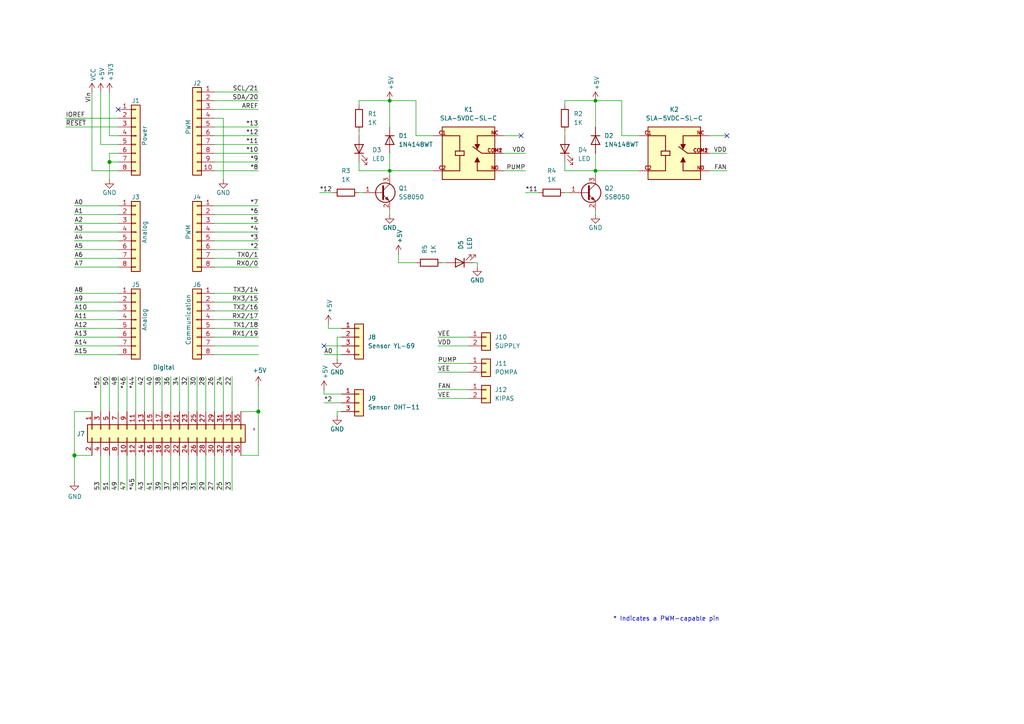
<source format=kicad_sch>
(kicad_sch (version 20250114) (generator "eeschema") (generator_version "9.0")
  (paper "A4")
  (title_block (date "mar. 31 mars 2015"))
  (lib_symbols
    (symbol "Connector_Generic:Conn_01x02" (pin_names (offset 1.016) (hide yes))
      (property "Reference" "J" (at 0 2.54 0))
      (property "Value" "Conn_01x02" (at 0 -5.08 0))
      (symbol "Conn_01x02_1_1"
        (rectangle (start -1.27 1.27) (end 1.27 -3.81) (stroke (width 0.254)) (fill (type background)))
        (rectangle (start -1.27 0.127) (end 0 -0.127) (stroke (width 0.1524)))
        (rectangle (start -1.27 -2.413) (end 0 -2.667) (stroke (width 0.1524)))
        (pin passive line (at -5.08 0 0) (length 3.81) (name "Pin_1") (number "1"))
        (pin passive line (at -5.08 -2.54 0) (length 3.81) (name "Pin_2") (number "2"))
      )
    )
    (symbol "Connector_Generic:Conn_01x03" (pin_names (offset 1.016) (hide yes))
      (property "Reference" "J" (at 0 5.08 0))
      (property "Value" "Conn_01x03" (at 0 -5.08 0))
      (symbol "Conn_01x03_1_1"
        (rectangle (start -1.27 3.81) (end 1.27 -3.81) (stroke (width 0.254)) (fill (type background)))
        (rectangle (start -1.27 2.667) (end 0 2.413) (stroke (width 0.1524)))
        (rectangle (start -1.27 0.127) (end 0 -0.127) (stroke (width 0.1524)))
        (rectangle (start -1.27 -2.413) (end 0 -2.667) (stroke (width 0.1524)))
        (pin passive line (at -5.08 2.54 0) (length 3.81) (name "Pin_1") (number "1"))
        (pin passive line (at -5.08 0 0) (length 3.81) (name "Pin_2") (number "2"))
        (pin passive line (at -5.08 -2.54 0) (length 3.81) (name "Pin_3") (number "3"))
      )
    )
    (symbol "Connector_Generic:Conn_01x04" (pin_names (offset 1.016) (hide yes))
      (property "Reference" "J" (at 0 5.08 0))
      (property "Value" "Conn_01x04" (at 0 -7.62 0))
      (symbol "Conn_01x04_1_1"
        (rectangle (start -1.27 3.81) (end 1.27 -6.35) (stroke (width 0.254)) (fill (type background)))
        (rectangle (start -1.27 2.667) (end 0 2.413) (stroke (width 0.1524)))
        (rectangle (start -1.27 0.127) (end 0 -0.127) (stroke (width 0.1524)))
        (rectangle (start -1.27 -2.413) (end 0 -2.667) (stroke (width 0.1524)))
        (rectangle (start -1.27 -4.953) (end 0 -5.207) (stroke (width 0.1524)))
        (pin passive line (at -5.08 2.54 0) (length 3.81) (name "Pin_1") (number "1"))
        (pin passive line (at -5.08 0 0) (length 3.81) (name "Pin_2") (number "2"))
        (pin passive line (at -5.08 -2.54 0) (length 3.81) (name "Pin_3") (number "3"))
        (pin passive line (at -5.08 -5.08 0) (length 3.81) (name "Pin_4") (number "4"))
      )
    )
    (symbol "Connector_Generic:Conn_01x08" (pin_names (offset 1.016) (hide yes))
      (property "Reference" "J" (at 0 10.16 0))
      (property "Value" "Conn_01x08" (at 0 -12.7 0))
      (symbol "Conn_01x08_1_1"
        (rectangle (start -1.27 8.89) (end 1.27 -11.43) (stroke (width 0.254)) (fill (type background)))
        (rectangle (start -1.27 7.747) (end 0 7.493) (stroke (width 0.1524)))
        (rectangle (start -1.27 5.207) (end 0 4.953) (stroke (width 0.1524)))
        (rectangle (start -1.27 2.667) (end 0 2.413) (stroke (width 0.1524)))
        (rectangle (start -1.27 0.127) (end 0 -0.127) (stroke (width 0.1524)))
        (rectangle (start -1.27 -2.413) (end 0 -2.667) (stroke (width 0.1524)))
        (rectangle (start -1.27 -4.953) (end 0 -5.207) (stroke (width 0.1524)))
        (rectangle (start -1.27 -7.493) (end 0 -7.747) (stroke (width 0.1524)))
        (rectangle (start -1.27 -10.033) (end 0 -10.287) (stroke (width 0.1524)))
        (pin passive line (at -5.08 7.62 0) (length 3.81) (name "Pin_1") (number "1"))
        (pin passive line (at -5.08 5.08 0) (length 3.81) (name "Pin_2") (number "2"))
        (pin passive line (at -5.08 2.54 0) (length 3.81) (name "Pin_3") (number "3"))
        (pin passive line (at -5.08 0 0) (length 3.81) (name "Pin_4") (number "4"))
        (pin passive line (at -5.08 -2.54 0) (length 3.81) (name "Pin_5") (number "5"))
        (pin passive line (at -5.08 -5.08 0) (length 3.81) (name "Pin_6") (number "6"))
        (pin passive line (at -5.08 -7.62 0) (length 3.81) (name "Pin_7") (number "7"))
        (pin passive line (at -5.08 -10.16 0) (length 3.81) (name "Pin_8") (number "8"))
      )
    )
    (symbol "Connector_Generic:Conn_01x10" (pin_names (offset 1.016) (hide yes))
      (property "Reference" "J" (at 0 12.7 0))
      (property "Value" "Conn_01x10" (at 0 -15.24 0))
      (symbol "Conn_01x10_1_1"
        (rectangle (start -1.27 11.43) (end 1.27 -13.97) (stroke (width 0.254)) (fill (type background)))
        (rectangle (start -1.27 10.287) (end 0 10.033) (stroke (width 0.1524)))
        (rectangle (start -1.27 7.747) (end 0 7.493) (stroke (width 0.1524)))
        (rectangle (start -1.27 5.207) (end 0 4.953) (stroke (width 0.1524)))
        (rectangle (start -1.27 2.667) (end 0 2.413) (stroke (width 0.1524)))
        (rectangle (start -1.27 0.127) (end 0 -0.127) (stroke (width 0.1524)))
        (rectangle (start -1.27 -2.413) (end 0 -2.667) (stroke (width 0.1524)))
        (rectangle (start -1.27 -4.953) (end 0 -5.207) (stroke (width 0.1524)))
        (rectangle (start -1.27 -7.493) (end 0 -7.747) (stroke (width 0.1524)))
        (rectangle (start -1.27 -10.033) (end 0 -10.287) (stroke (width 0.1524)))
        (rectangle (start -1.27 -12.573) (end 0 -12.827) (stroke (width 0.1524)))
        (pin passive line (at -5.08 10.16 0) (length 3.81) (name "Pin_1") (number "1"))
        (pin passive line (at -5.08 7.62 0) (length 3.81) (name "Pin_2") (number "2"))
        (pin passive line (at -5.08 5.08 0) (length 3.81) (name "Pin_3") (number "3"))
        (pin passive line (at -5.08 2.54 0) (length 3.81) (name "Pin_4") (number "4"))
        (pin passive line (at -5.08 0 0) (length 3.81) (name "Pin_5") (number "5"))
        (pin passive line (at -5.08 -2.54 0) (length 3.81) (name "Pin_6") (number "6"))
        (pin passive line (at -5.08 -5.08 0) (length 3.81) (name "Pin_7") (number "7"))
        (pin passive line (at -5.08 -7.62 0) (length 3.81) (name "Pin_8") (number "8"))
        (pin passive line (at -5.08 -10.16 0) (length 3.81) (name "Pin_9") (number "9"))
        (pin passive line (at -5.08 -12.7 0) (length 3.81) (name "Pin_10") (number "10"))
      )
    )
    (symbol "Connector_Generic:Conn_02x18_Odd_Even" (pin_names (offset 1.016) (hide yes))
      (property "Reference" "J" (at 1.27 22.86 0))
      (property "Value" "Conn_02x18_Odd_Even" (at 1.27 -25.4 0))
      (symbol "Conn_02x18_Odd_Even_1_1"
        (rectangle (start -1.27 21.59) (end 3.81 -24.13) (stroke (width 0.254)) (fill (type background)))
        (rectangle (start -1.27 20.447) (end 0 20.193) (stroke (width 0.1524)))
        (rectangle (start -1.27 17.907) (end 0 17.653) (stroke (width 0.1524)))
        (rectangle (start -1.27 15.367) (end 0 15.113) (stroke (width 0.1524)))
        (rectangle (start -1.27 12.827) (end 0 12.573) (stroke (width 0.1524)))
        (rectangle (start -1.27 10.287) (end 0 10.033) (stroke (width 0.1524)))
        (rectangle (start -1.27 7.747) (end 0 7.493) (stroke (width 0.1524)))
        (rectangle (start -1.27 5.207) (end 0 4.953) (stroke (width 0.1524)))
        (rectangle (start -1.27 2.667) (end 0 2.413) (stroke (width 0.1524)))
        (rectangle (start -1.27 0.127) (end 0 -0.127) (stroke (width 0.1524)))
        (rectangle (start -1.27 -2.413) (end 0 -2.667) (stroke (width 0.1524)))
        (rectangle (start -1.27 -4.953) (end 0 -5.207) (stroke (width 0.1524)))
        (rectangle (start -1.27 -7.493) (end 0 -7.747) (stroke (width 0.1524)))
        (rectangle (start -1.27 -10.033) (end 0 -10.287) (stroke (width 0.1524)))
        (rectangle (start -1.27 -12.573) (end 0 -12.827) (stroke (width 0.1524)))
        (rectangle (start -1.27 -15.113) (end 0 -15.367) (stroke (width 0.1524)))
        (rectangle (start -1.27 -17.653) (end 0 -17.907) (stroke (width 0.1524)))
        (rectangle (start -1.27 -20.193) (end 0 -20.447) (stroke (width 0.1524)))
        (rectangle (start -1.27 -22.733) (end 0 -22.987) (stroke (width 0.1524)))
        (rectangle (start 3.81 20.447) (end 2.54 20.193) (stroke (width 0.1524)))
        (rectangle (start 3.81 17.907) (end 2.54 17.653) (stroke (width 0.1524)))
        (rectangle (start 3.81 15.367) (end 2.54 15.113) (stroke (width 0.1524)))
        (rectangle (start 3.81 12.827) (end 2.54 12.573) (stroke (width 0.1524)))
        (rectangle (start 3.81 10.287) (end 2.54 10.033) (stroke (width 0.1524)))
        (rectangle (start 3.81 7.747) (end 2.54 7.493) (stroke (width 0.1524)))
        (rectangle (start 3.81 5.207) (end 2.54 4.953) (stroke (width 0.1524)))
        (rectangle (start 3.81 2.667) (end 2.54 2.413) (stroke (width 0.1524)))
        (rectangle (start 3.81 0.127) (end 2.54 -0.127) (stroke (width 0.1524)))
        (rectangle (start 3.81 -2.413) (end 2.54 -2.667) (stroke (width 0.1524)))
        (rectangle (start 3.81 -4.953) (end 2.54 -5.207) (stroke (width 0.1524)))
        (rectangle (start 3.81 -7.493) (end 2.54 -7.747) (stroke (width 0.1524)))
        (rectangle (start 3.81 -10.033) (end 2.54 -10.287) (stroke (width 0.1524)))
        (rectangle (start 3.81 -12.573) (end 2.54 -12.827) (stroke (width 0.1524)))
        (rectangle (start 3.81 -15.113) (end 2.54 -15.367) (stroke (width 0.1524)))
        (rectangle (start 3.81 -17.653) (end 2.54 -17.907) (stroke (width 0.1524)))
        (rectangle (start 3.81 -20.193) (end 2.54 -20.447) (stroke (width 0.1524)))
        (rectangle (start 3.81 -22.733) (end 2.54 -22.987) (stroke (width 0.1524)))
        (pin passive line (at -5.08 20.32 0) (length 3.81) (name "Pin_1") (number "1"))
        (pin passive line (at -5.08 17.78 0) (length 3.81) (name "Pin_3") (number "3"))
        (pin passive line (at -5.08 15.24 0) (length 3.81) (name "Pin_5") (number "5"))
        (pin passive line (at -5.08 12.7 0) (length 3.81) (name "Pin_7") (number "7"))
        (pin passive line (at -5.08 10.16 0) (length 3.81) (name "Pin_9") (number "9"))
        (pin passive line (at -5.08 7.62 0) (length 3.81) (name "Pin_11") (number "11"))
        (pin passive line (at -5.08 5.08 0) (length 3.81) (name "Pin_13") (number "13"))
        (pin passive line (at -5.08 2.54 0) (length 3.81) (name "Pin_15") (number "15"))
        (pin passive line (at -5.08 0 0) (length 3.81) (name "Pin_17") (number "17"))
        (pin passive line (at -5.08 -2.54 0) (length 3.81) (name "Pin_19") (number "19"))
        (pin passive line (at -5.08 -5.08 0) (length 3.81) (name "Pin_21") (number "21"))
        (pin passive line (at -5.08 -7.62 0) (length 3.81) (name "Pin_23") (number "23"))
        (pin passive line (at -5.08 -10.16 0) (length 3.81) (name "Pin_25") (number "25"))
        (pin passive line (at -5.08 -12.7 0) (length 3.81) (name "Pin_27") (number "27"))
        (pin passive line (at -5.08 -15.24 0) (length 3.81) (name "Pin_29") (number "29"))
        (pin passive line (at -5.08 -17.78 0) (length 3.81) (name "Pin_31") (number "31"))
        (pin passive line (at -5.08 -20.32 0) (length 3.81) (name "Pin_33") (number "33"))
        (pin passive line (at -5.08 -22.86 0) (length 3.81) (name "Pin_35") (number "35"))
        (pin passive line (at 7.62 20.32 180) (length 3.81) (name "Pin_2") (number "2"))
        (pin passive line (at 7.62 17.78 180) (length 3.81) (name "Pin_4") (number "4"))
        (pin passive line (at 7.62 15.24 180) (length 3.81) (name "Pin_6") (number "6"))
        (pin passive line (at 7.62 12.7 180) (length 3.81) (name "Pin_8") (number "8"))
        (pin passive line (at 7.62 10.16 180) (length 3.81) (name "Pin_10") (number "10"))
        (pin passive line (at 7.62 7.62 180) (length 3.81) (name "Pin_12") (number "12"))
        (pin passive line (at 7.62 5.08 180) (length 3.81) (name "Pin_14") (number "14"))
        (pin passive line (at 7.62 2.54 180) (length 3.81) (name "Pin_16") (number "16"))
        (pin passive line (at 7.62 0 180) (length 3.81) (name "Pin_18") (number "18"))
        (pin passive line (at 7.62 -2.54 180) (length 3.81) (name "Pin_20") (number "20"))
        (pin passive line (at 7.62 -5.08 180) (length 3.81) (name "Pin_22") (number "22"))
        (pin passive line (at 7.62 -7.62 180) (length 3.81) (name "Pin_24") (number "24"))
        (pin passive line (at 7.62 -10.16 180) (length 3.81) (name "Pin_26") (number "26"))
        (pin passive line (at 7.62 -12.7 180) (length 3.81) (name "Pin_28") (number "28"))
        (pin passive line (at 7.62 -15.24 180) (length 3.81) (name "Pin_30") (number "30"))
        (pin passive line (at 7.62 -17.78 180) (length 3.81) (name "Pin_32") (number "32"))
        (pin passive line (at 7.62 -20.32 180) (length 3.81) (name "Pin_34") (number "34"))
        (pin passive line (at 7.62 -22.86 180) (length 3.81) (name "Pin_36") (number "36"))
      )
    )
    (symbol "Device:LED" (pin_numbers (hide yes)) (pin_names (offset 1.016) (hide yes))
      (property "Reference" "D" (at 0 2.54 0))
      (property "Value" "LED" (at 0 -2.54 0))
      (symbol "LED_0_1"
        (polyline (pts (xy -3.048 -0.762) (xy -4.572 -2.286) (xy -3.81 -2.286) (xy -4.572 -2.286) (xy -4.572 -1.524)))
        (polyline (pts (xy -1.778 -0.762) (xy -3.302 -2.286) (xy -2.54 -2.286) (xy -3.302 -2.286) (xy -3.302 -1.524)))
        (polyline (pts (xy -1.27 0) (xy 1.27 0)))
        (polyline (pts (xy -1.27 -1.27) (xy -1.27 1.27)) (stroke (width 0.254)))
        (polyline (pts (xy 1.27 -1.27) (xy 1.27 1.27) (xy -1.27 0) (xy 1.27 -1.27)) (stroke (width 0.254)))
      )
      (symbol "LED_1_1"
        (pin passive line (at -3.81 0 0) (length 2.54) (name "K") (number "1"))
        (pin passive line (at 3.81 0 180) (length 2.54) (name "A") (number "2"))
      )
    )
    (symbol "Device:R" (pin_numbers (hide yes)) (pin_names (offset 0))
      (property "Reference" "R" (at 2.032 0 90))
      (property "Value" "R" (at 0 0 90))
      (symbol "R_0_1"
        (rectangle (start -1.016 -2.54) (end 1.016 2.54) (stroke (width 0.254)))
      )
      (symbol "R_1_1"
        (pin passive line (at 0 3.81 270) (length 1.27) (name "~") (number "1"))
        (pin passive line (at 0 -3.81 90) (length 1.27) (name "~") (number "2"))
      )
    )
    (symbol "Diode:1N4148WT" (pin_numbers (hide yes)) (pin_names (hide yes))
      (property "Reference" "D" (at 0 2.54 0))
      (property "Value" "1N4148WT" (at 0 -2.54 0))
      (symbol "1N4148WT_0_1"
        (polyline (pts (xy -1.27 1.27) (xy -1.27 -1.27)) (stroke (width 0.254)))
        (polyline (pts (xy 1.27 1.27) (xy 1.27 -1.27) (xy -1.27 0) (xy 1.27 1.27)) (stroke (width 0.254)))
        (polyline (pts (xy 1.27 0) (xy -1.27 0)))
      )
      (symbol "1N4148WT_1_1"
        (pin passive line (at -3.81 0 0) (length 2.54) (name "K") (number "1"))
        (pin passive line (at 3.81 0 180) (length 2.54) (name "A") (number "2"))
      )
    )
    (symbol "SLA-12VDC-SL-C:SLA-12VDC-SL-C" (pin_names (offset 1.016))
      (property "Reference" "K" (at -7.62 8.89 0))
      (property "Value" "SLA-12VDC-SL-C" (at -7.62 -10.16 0))
      (symbol "SLA-12VDC-SL-C_0_0"
        (polyline (pts (xy -7.62 5.08) (xy -2.54 5.08)) (stroke (width 0.254)))
        (polyline (pts (xy -7.62 -5.08) (xy -2.54 -5.08)) (stroke (width 0.254)))
        (rectangle (start -7.62 -7.62) (end 7.62 7.62) (stroke (width 0.254)) (fill (type background)))
        (polyline (pts (xy -3.81 0.635) (xy -2.54 0.635)) (stroke (width 0.254)))
        (polyline (pts (xy -3.81 -0.635) (xy -3.81 0.635)) (stroke (width 0.254)))
        (polyline (pts (xy -2.54 5.08) (xy -2.54 0.635)) (stroke (width 0.254)))
        (polyline (pts (xy -2.54 0.635) (xy -1.27 0.635)) (stroke (width 0.254)))
        (polyline (pts (xy -2.54 -0.635) (xy -3.81 -0.635)) (stroke (width 0.254)))
        (polyline (pts (xy -2.54 -0.635) (xy -2.54 -5.08)) (stroke (width 0.254)))
        (polyline (pts (xy -1.27 0.635) (xy -1.27 -0.635)) (stroke (width 0.254)))
        (polyline (pts (xy -1.27 -0.635) (xy -2.54 -0.635)) (stroke (width 0.254)))
        (polyline (pts (xy 1.905 -2.54) (xy 3.175 -2.54) (xy 2.54 -1.27) (xy 1.905 -2.54)) (stroke (width 0.254)) (fill (type outline)))
        (polyline (pts (xy 2.54 5.08) (xy 2.54 2.54)) (stroke (width 0.254)))
        (polyline (pts (xy 2.54 5.08) (xy 7.62 5.08)) (stroke (width 0.254)))
        (polyline (pts (xy 2.54 -5.08) (xy 2.54 -2.54)) (stroke (width 0.254)))
        (polyline (pts (xy 3.175 2.54) (xy 1.905 2.54) (xy 2.54 1.27) (xy 3.175 2.54)) (stroke (width 0.254)) (fill (type outline)))
        (polyline (pts (xy 3.81 0) (xy 1.27 1.905)) (stroke (width 0.254)))
        (polyline (pts (xy 7.62 0) (xy 3.81 0)) (stroke (width 0.254)))
        (polyline (pts (xy 7.62 -5.08) (xy 2.54 -5.08)) (stroke (width 0.254)))
        (pin passive line (at -10.16 5.08 0) (length 5.08) (name "~") (number "C1"))
        (pin passive line (at -10.16 -5.08 0) (length 5.08) (name "~") (number "C2"))
        (pin passive line (at 10.16 5.08 180) (length 5.08) (name "~") (number "NC"))
        (pin passive line (at 10.16 0 180) (length 5.08) (name "~") (number "COM1"))
        (pin passive line (at 10.16 0 180) (length 5.08) (name "~") (number "COM2"))
        (pin passive line (at 10.16 -5.08 180) (length 5.08) (name "~") (number "NO"))
      )
    )
    (symbol "Transistor_BJT:SS8050" (pin_names (offset 0) (hide yes))
      (property "Reference" "Q" (at 5.08 1.905 0))
      (property "Value" "SS8050" (at 5.08 0 0))
      (symbol "SS8050_0_1"
        (polyline (pts (xy -2.54 0) (xy 0.635 0)))
        (polyline (pts (xy 0.635 1.905) (xy 0.635 -1.905)) (stroke (width 0.508)))
        (circle (center 1.27 0) (radius 2.8194) (stroke (width 0.254)))
      )
      (symbol "SS8050_1_1"
        (polyline (pts (xy 0.635 0.635) (xy 2.54 2.54)))
        (polyline (pts (xy 0.635 -0.635) (xy 2.54 -2.54)))
        (polyline (pts (xy 1.27 -1.778) (xy 1.778 -1.27) (xy 2.286 -2.286) (xy 1.27 -1.778)) (fill (type outline)))
        (pin input line (at -5.08 0 0) (length 2.54) (name "B") (number "1"))
        (pin passive line (at 2.54 5.08 270) (length 2.54) (name "C") (number "3"))
        (pin passive line (at 2.54 -5.08 90) (length 2.54) (name "E") (number "2"))
      )
    )
    (symbol "power:+3V3" (power) (pin_numbers (hide yes)) (pin_names (offset 0) (hide yes))
      (property "Value" "+3V3" (at 0 3.556 0))
      (symbol "+3V3_0_1"
        (polyline (pts (xy -0.762 1.27) (xy 0 2.54)))
        (polyline (pts (xy 0 2.54) (xy 0.762 1.27)))
        (polyline (pts (xy 0 0) (xy 0 2.54)))
      )
      (symbol "+3V3_1_1"
        (pin power_in line (at 0 0 90) (length 0) (name "~") (number "1"))
      )
    )
    (symbol "power:+5V" (power) (pin_numbers (hide yes)) (pin_names (offset 0) (hide yes))
      (property "Value" "+5V" (at 0 3.556 0))
      (symbol "+5V_0_1"
        (polyline (pts (xy -0.762 1.27) (xy 0 2.54)))
        (polyline (pts (xy 0 2.54) (xy 0.762 1.27)))
        (polyline (pts (xy 0 0) (xy 0 2.54)))
      )
      (symbol "+5V_1_1"
        (pin power_in line (at 0 0 90) (length 0) (name "~") (number "1"))
      )
    )
    (symbol "power:GND" (power) (pin_numbers (hide yes)) (pin_names (offset 0) (hide yes))
      (property "Value" "GND" (at 0 -3.81 0))
      (symbol "GND_0_1"
        (polyline (pts (xy 0 0) (xy 0 -1.27) (xy 1.27 -1.27) (xy 0 -2.54) (xy -1.27 -1.27) (xy 0 -1.27)))
      )
      (symbol "GND_1_1"
        (pin power_in line (at 0 0 270) (length 0) (name "~") (number "1"))
      )
    )
    (symbol "power:VCC" (power) (pin_numbers (hide yes)) (pin_names (offset 0) (hide yes))
      (property "Value" "VCC" (at 0 3.556 0))
      (symbol "VCC_0_1"
        (polyline (pts (xy -0.762 1.27) (xy 0 2.54)))
        (polyline (pts (xy 0 2.54) (xy 0.762 1.27)))
        (polyline (pts (xy 0 0) (xy 0 2.54)))
      )
      (symbol "VCC_1_1"
        (pin power_in line (at 0 0 90) (length 0) (name "~") (number "1"))
      )
    )
  )
  (text "* Indicates a PWM-capable pin" (at 177.8 180.34 0) (effects (font (size 1.27 1.27)) (justify left bottom)))
  (junction (at 21.59 132.08) (diameter 1.016))
  (junction (at 31.75 46.99) (diameter 1.016))
  (junction (at 172.72 49.53))
  (junction (at 113.03 49.53))
  (junction (at 172.72 29.21))
  (junction (at 113.03 29.21))
  (junction (at 74.93 119.38) (diameter 1.016))
  (no_connect (at 210.82 39.37))
  (no_connect (at 151.13 39.37))
  (no_connect (at 34.29 31.75))
  (no_connect (at 93.98 100.33))
  (wire (pts (xy 62.23 77.47) (xy 74.93 77.47)))
  (wire (pts (xy 21.59 77.47) (xy 34.29 77.47)))
  (wire (pts (xy 62.23 44.45) (xy 74.93 44.45)))
  (wire (pts (xy 44.45 109.22) (xy 44.45 119.38)))
  (wire (pts (xy 127 100.33) (xy 135.89 100.33)))
  (wire (pts (xy 146.05 39.37) (xy 151.13 39.37)))
  (wire (pts (xy 62.23 26.67) (xy 74.93 26.67)))
  (wire (pts (xy 46.99 109.22) (xy 46.99 119.38)))
  (wire (pts (xy 172.72 29.21) (xy 180.34 29.21)))
  (wire (pts (xy 74.93 119.38) (xy 74.93 132.08)))
  (wire (pts (xy 163.83 55.88) (xy 165.1 55.88)))
  (wire (pts (xy 26.67 119.38) (xy 21.59 119.38)))
  (wire (pts (xy 62.23 90.17) (xy 74.93 90.17)))
  (wire (pts (xy 31.75 44.45) (xy 31.75 46.99)))
  (wire (pts (xy 49.53 132.08) (xy 49.53 142.24)))
  (wire (pts (xy 21.59 72.39) (xy 34.29 72.39)))
  (wire (pts (xy 54.61 109.22) (xy 54.61 119.38)))
  (wire (pts (xy 172.72 49.53) (xy 185.42 49.53)))
  (wire (pts (xy 31.75 109.22) (xy 31.75 119.38)))
  (wire (pts (xy 67.31 109.22) (xy 67.31 119.38)))
  (wire (pts (xy 31.75 46.99) (xy 31.75 52.07)))
  (wire (pts (xy 62.23 132.08) (xy 62.23 142.24)))
  (wire (pts (xy 31.75 39.37) (xy 34.29 39.37)))
  (wire (pts (xy 41.91 109.22) (xy 41.91 119.38)))
  (wire (pts (xy 95.25 95.25) (xy 99.06 95.25)))
  (wire (pts (xy 29.21 41.91) (xy 34.29 41.91)))
  (wire (pts (xy 52.07 132.08) (xy 52.07 142.24)))
  (wire (pts (xy 205.74 49.53) (xy 210.82 49.53)))
  (wire (pts (xy 29.21 26.67) (xy 29.21 41.91)))
  (wire (pts (xy 21.59 102.87) (xy 34.29 102.87)))
  (wire (pts (xy 36.83 132.08) (xy 36.83 142.24)))
  (wire (pts (xy 59.69 132.08) (xy 59.69 142.24)))
  (wire (pts (xy 62.23 36.83) (xy 74.93 36.83)))
  (wire (pts (xy 120.65 39.37) (xy 120.65 29.21)))
  (wire (pts (xy 31.75 26.67) (xy 31.75 39.37)))
  (wire (pts (xy 62.23 59.69) (xy 74.93 59.69)))
  (wire (pts (xy 113.03 60.96) (xy 113.03 62.23)))
  (wire (pts (xy 97.79 119.38) (xy 97.79 120.65)))
  (wire (pts (xy 34.29 59.69) (xy 21.59 59.69)))
  (wire (pts (xy 62.23 39.37) (xy 74.93 39.37)))
  (wire (pts (xy 34.29 100.33) (xy 21.59 100.33)))
  (wire (pts (xy 62.23 62.23) (xy 74.93 62.23)))
  (wire (pts (xy 127 107.95) (xy 135.89 107.95)))
  (wire (pts (xy 62.23 97.79) (xy 74.93 97.79)))
  (wire (pts (xy 52.07 109.22) (xy 52.07 119.38)))
  (wire (pts (xy 21.59 119.38) (xy 21.59 132.08)))
  (wire (pts (xy 36.83 109.22) (xy 36.83 119.38)))
  (wire (pts (xy 26.67 132.08) (xy 21.59 132.08)))
  (wire (pts (xy 93.98 116.84) (xy 99.06 116.84)))
  (wire (pts (xy 163.83 29.21) (xy 172.72 29.21)))
  (wire (pts (xy 62.23 46.99) (xy 74.93 46.99)))
  (wire (pts (xy 93.98 114.3) (xy 93.98 113.03)))
  (wire (pts (xy 59.69 109.22) (xy 59.69 119.38)))
  (wire (pts (xy 163.83 46.99) (xy 163.83 49.53)))
  (wire (pts (xy 57.15 109.22) (xy 57.15 119.38)))
  (wire (pts (xy 39.37 132.08) (xy 39.37 142.24)))
  (wire (pts (xy 57.15 132.08) (xy 57.15 142.24)))
  (wire (pts (xy 34.29 132.08) (xy 34.29 142.24)))
  (wire (pts (xy 64.77 109.22) (xy 64.77 119.38)))
  (wire (pts (xy 93.98 102.87) (xy 99.06 102.87)))
  (wire (pts (xy 62.23 67.31) (xy 74.93 67.31)))
  (wire (pts (xy 115.57 76.2) (xy 120.65 76.2)))
  (wire (pts (xy 44.45 132.08) (xy 44.45 142.24)))
  (wire (pts (xy 39.37 109.22) (xy 39.37 119.38)))
  (wire (pts (xy 19.05 34.29) (xy 34.29 34.29)))
  (wire (pts (xy 104.14 49.53) (xy 113.03 49.53)))
  (wire (pts (xy 205.74 39.37) (xy 210.82 39.37)))
  (wire (pts (xy 115.57 73.66) (xy 115.57 76.2)))
  (wire (pts (xy 146.05 44.45) (xy 152.4 44.45)))
  (wire (pts (xy 62.23 87.63) (xy 74.93 87.63)))
  (wire (pts (xy 74.93 111.76) (xy 74.93 119.38)))
  (wire (pts (xy 138.43 77.47) (xy 138.43 76.2)))
  (wire (pts (xy 64.77 34.29) (xy 64.77 52.07)))
  (wire (pts (xy 62.23 102.87) (xy 74.93 102.87)))
  (wire (pts (xy 180.34 29.21) (xy 180.34 39.37)))
  (wire (pts (xy 125.73 39.37) (xy 120.65 39.37)))
  (wire (pts (xy 62.23 31.75) (xy 74.93 31.75)))
  (wire (pts (xy 69.85 119.38) (xy 74.93 119.38)))
  (wire (pts (xy 172.72 60.96) (xy 172.72 62.23)))
  (wire (pts (xy 62.23 95.25) (xy 74.93 95.25)))
  (wire (pts (xy 21.59 92.71) (xy 34.29 92.71)))
  (wire (pts (xy 128.27 76.2) (xy 129.54 76.2)))
  (wire (pts (xy 34.29 64.77) (xy 21.59 64.77)))
  (wire (pts (xy 19.05 36.83) (xy 34.29 36.83)))
  (wire (pts (xy 163.83 38.1) (xy 163.83 39.37)))
  (wire (pts (xy 127 115.57) (xy 135.89 115.57)))
  (wire (pts (xy 152.4 55.88) (xy 156.21 55.88)))
  (wire (pts (xy 62.23 85.09) (xy 74.93 85.09)))
  (wire (pts (xy 180.34 39.37) (xy 185.42 39.37)))
  (wire (pts (xy 34.29 46.99) (xy 31.75 46.99)))
  (wire (pts (xy 113.03 49.53) (xy 113.03 50.8)))
  (wire (pts (xy 95.25 93.98) (xy 95.25 95.25)))
  (wire (pts (xy 97.79 97.79) (xy 97.79 104.14)))
  (wire (pts (xy 163.83 49.53) (xy 172.72 49.53)))
  (wire (pts (xy 99.06 114.3) (xy 93.98 114.3)))
  (wire (pts (xy 113.03 29.21) (xy 113.03 36.83)))
  (wire (pts (xy 34.29 49.53) (xy 26.67 49.53)))
  (wire (pts (xy 29.21 109.22) (xy 29.21 119.38)))
  (wire (pts (xy 120.65 29.21) (xy 113.03 29.21)))
  (wire (pts (xy 163.83 29.21) (xy 163.83 30.48)))
  (wire (pts (xy 21.59 62.23) (xy 34.29 62.23)))
  (wire (pts (xy 31.75 132.08) (xy 31.75 142.24)))
  (wire (pts (xy 172.72 49.53) (xy 172.72 50.8)))
  (wire (pts (xy 113.03 49.53) (xy 125.73 49.53)))
  (wire (pts (xy 54.61 132.08) (xy 54.61 142.24)))
  (wire (pts (xy 172.72 44.45) (xy 172.72 49.53)))
  (wire (pts (xy 99.06 119.38) (xy 97.79 119.38)))
  (wire (pts (xy 34.29 90.17) (xy 21.59 90.17)))
  (wire (pts (xy 29.21 132.08) (xy 29.21 142.24)))
  (wire (pts (xy 62.23 92.71) (xy 74.93 92.71)))
  (wire (pts (xy 62.23 34.29) (xy 64.77 34.29)))
  (wire (pts (xy 46.99 132.08) (xy 46.99 142.24)))
  (wire (pts (xy 113.03 44.45) (xy 113.03 49.53)))
  (wire (pts (xy 34.29 44.45) (xy 31.75 44.45)))
  (wire (pts (xy 137.16 76.2) (xy 138.43 76.2)))
  (wire (pts (xy 21.59 97.79) (xy 34.29 97.79)))
  (wire (pts (xy 127 113.03) (xy 135.89 113.03)))
  (wire (pts (xy 104.14 38.1) (xy 104.14 39.37)))
  (wire (pts (xy 62.23 109.22) (xy 62.23 119.38)))
  (wire (pts (xy 62.23 41.91) (xy 74.93 41.91)))
  (wire (pts (xy 49.53 109.22) (xy 49.53 119.38)))
  (wire (pts (xy 205.74 44.45) (xy 210.82 44.45)))
  (wire (pts (xy 21.59 87.63) (xy 34.29 87.63)))
  (wire (pts (xy 146.05 49.53) (xy 152.4 49.53)))
  (wire (pts (xy 104.14 55.88) (xy 105.41 55.88)))
  (wire (pts (xy 62.23 64.77) (xy 74.93 64.77)))
  (wire (pts (xy 99.06 97.79) (xy 97.79 97.79)))
  (wire (pts (xy 21.59 67.31) (xy 34.29 67.31)))
  (wire (pts (xy 34.29 109.22) (xy 34.29 119.38)))
  (wire (pts (xy 62.23 100.33) (xy 74.93 100.33)))
  (wire (pts (xy 92.71 55.88) (xy 96.52 55.88)))
  (wire (pts (xy 74.93 132.08) (xy 69.85 132.08)))
  (wire (pts (xy 34.29 85.09) (xy 21.59 85.09)))
  (wire (pts (xy 127 105.41) (xy 135.89 105.41)))
  (wire (pts (xy 67.31 132.08) (xy 67.31 142.24)))
  (wire (pts (xy 62.23 29.21) (xy 74.93 29.21)))
  (wire (pts (xy 64.77 132.08) (xy 64.77 142.24)))
  (wire (pts (xy 62.23 72.39) (xy 74.93 72.39)))
  (wire (pts (xy 127 97.79) (xy 135.89 97.79)))
  (wire (pts (xy 93.98 100.33) (xy 99.06 100.33)))
  (wire (pts (xy 62.23 69.85) (xy 74.93 69.85)))
  (wire (pts (xy 113.03 29.21) (xy 104.14 29.21)))
  (wire (pts (xy 41.91 132.08) (xy 41.91 142.24)))
  (wire (pts (xy 104.14 46.99) (xy 104.14 49.53)))
  (wire (pts (xy 104.14 29.21) (xy 104.14 30.48)))
  (wire (pts (xy 62.23 74.93) (xy 74.93 74.93)))
  (wire (pts (xy 34.29 95.25) (xy 21.59 95.25)))
  (wire (pts (xy 26.67 49.53) (xy 26.67 26.67)))
  (wire (pts (xy 21.59 132.08) (xy 21.59 139.7)))
  (wire (pts (xy 34.29 74.93) (xy 21.59 74.93)))
  (wire (pts (xy 172.72 29.21) (xy 172.72 36.83)))
  (wire (pts (xy 34.29 69.85) (xy 21.59 69.85)))
  (wire (pts (xy 62.23 49.53) (xy 74.93 49.53)))
  (label "A10" (at 21.59 90.17 0))
  (label "RX0{slash}0" (at 74.93 77.47 180))
  (label "A15" (at 21.59 102.87 0))
  (label "A2" (at 21.59 64.77 0))
  (label "RX2{slash}17" (at 74.93 92.71 180))
  (label "*4" (at 74.93 67.31 180))
  (label "*12" (at 92.71 55.88 0))
  (label "26" (at 62.23 109.22 270))
  (label "VDD" (at 210.82 44.45 180))
  (label "31" (at 57.15 142.24 90))
  (label "22" (at 67.31 109.22 270))
  (label "33" (at 54.61 142.24 90))
  (label "36" (at 49.53 109.22 270))
  (label "*2" (at 74.93 72.39 180))
  (label "TX1{slash}18" (at 74.93 95.25 180))
  (label "*44" (at 39.37 109.22 270))
  (label "A3" (at 21.59 67.31 0))
  (label "*13" (at 74.93 36.83 180))
  (label "VDD" (at 152.4 44.45 180))
  (label "*52" (at 29.21 109.22 270))
  (label "*12" (at 74.93 39.37 180))
  (label "40" (at 44.45 109.22 270))
  (label "VDD" (at 127 100.33 0))
  (label "~{RESET}" (at 19.05 36.83 0))
  (label "35" (at 52.07 142.24 90))
  (label "*10" (at 74.93 44.45 180))
  (label "28" (at 59.69 109.22 270))
  (label "23" (at 67.31 142.24 90))
  (label "29" (at 59.69 142.24 90))
  (label "A13" (at 21.59 97.79 0))
  (label "41" (at 44.45 142.24 90))
  (label "30" (at 57.15 109.22 270))
  (label "47" (at 36.83 142.24 90))
  (label "34" (at 52.07 109.22 270))
  (label "*45" (at 39.37 142.24 90))
  (label "FAN" (at 127 113.03 0))
  (label "38" (at 46.99 109.22 270))
  (label "FAN" (at 210.82 49.53 180))
  (label "51" (at 31.75 142.24 90))
  (label "*7" (at 74.93 59.69 180))
  (label "SDA{slash}20" (at 74.93 29.21 180))
  (label "*8" (at 74.93 49.53 180))
  (label "A9" (at 21.59 87.63 0))
  (label "PUMP" (at 152.4 49.53 180))
  (label "*11" (at 74.93 41.91 180))
  (label "*3" (at 74.93 69.85 180))
  (label "PUMP" (at 127 105.41 0))
  (label "A6" (at 21.59 74.93 0))
  (label "42" (at 41.91 109.22 270))
  (label "A1" (at 21.59 62.23 0))
  (label "VEE" (at 127 107.95 0))
  (label "53" (at 29.21 142.24 90))
  (label "TX0{slash}1" (at 74.93 74.93 180))
  (label "24" (at 64.77 109.22 270))
  (label "RX1{slash}19" (at 74.93 97.79 180))
  (label "A0" (at 21.59 59.69 0))
  (label "AREF" (at 74.93 31.75 180))
  (label "A14" (at 21.59 100.33 0))
  (label "39" (at 46.99 142.24 90))
  (label "A8" (at 21.59 85.09 0))
  (label "Vin" (at 26.67 26.67 270))
  (label "27" (at 62.23 142.24 90))
  (label "37" (at 49.53 142.24 90))
  (label "25" (at 64.77 142.24 90))
  (label "*6" (at 74.93 62.23 180))
  (label "*46" (at 36.83 109.22 270))
  (label "SCL{slash}21" (at 74.93 26.67 180))
  (label "*2" (at 93.98 116.84 0))
  (label "*9" (at 74.93 46.99 180))
  (label "A0" (at 93.98 102.87 0))
  (label "50" (at 31.75 109.22 270))
  (label "TX2{slash}16" (at 74.93 90.17 180))
  (label "*5" (at 74.93 64.77 180))
  (label "VEE" (at 127 115.57 0))
  (label "IOREF" (at 19.05 34.29 0))
  (label "*11" (at 152.4 55.88 0))
  (label "A7" (at 21.59 77.47 0))
  (label "VEE" (at 127 97.79 0))
  (label "A11" (at 21.59 92.71 0))
  (label "A4" (at 21.59 69.85 0))
  (label "49" (at 34.29 142.24 90))
  (label "A5" (at 21.59 72.39 0))
  (label "RX3{slash}15" (at 74.93 87.63 180))
  (label "TX3{slash}14" (at 74.93 85.09 180))
  (label "32" (at 54.61 109.22 270))
  (label "43" (at 41.91 142.24 90))
  (label "A12" (at 21.59 95.25 0))
  (label "48" (at 34.29 109.22 270))
  (symbol (lib_id "Connector_Generic:Conn_01x08") (at 39.37 39.37 0) (unit 1)
    (property "Reference" "J1" (at 39.37 29.21 0))
    (property "Value" "Power" (at 41.91 39.37 90))
    (property "Footprint" "Connector_PinSocket_2.54mm:PinSocket_1x08_P2.54mm_Vertical" (effects (hide yes)))
    (property "Datasheet" "~" (at 39.37 39.37 0))
    (property "Description" "Generic connector, single row, 01x08, script generated (kicad-library-utils/schlib/autogen/connector/)" (effects (hide yes)))
  )
  (symbol (lib_id "power:+3V3") (at 31.75 26.67 0) (unit 1)
    (property "Reference" "#PWR03" (effects (hide yes)))
    (property "Value" "+3V3" (at 32.131 23.622 90) (effects (justify left)))
    (property "Description" "Power symbol creates a global label with name \"+3V3\"" (effects (hide yes)))
  )
  (symbol (lib_id "power:+5V") (at 29.21 26.67 0) (unit 1)
    (property "Reference" "#PWR02" (effects (hide yes)))
    (property "Value" "+5V" (at 29.5656 23.622 90) (effects (justify left)))
    (property "Description" "Power symbol creates a global label with name \"+5V\"" (effects (hide yes)))
  )
  (symbol (lib_id "power:GND") (at 31.75 52.07 0) (unit 1)
    (property "Reference" "#PWR04" (effects (hide yes)))
    (property "Value" "GND" (at 31.75 55.88 0))
    (property "Description" "Power symbol creates a global label with name \"GND\" , ground" (effects (hide yes)))
  )
  (symbol (lib_id "Connector_Generic:Conn_01x10") (at 57.15 36.83 0) (mirror y) (unit 1)
    (property "Reference" "J2" (at 57.15 24.13 0))
    (property "Value" "PWM" (at 54.61 36.83 90))
    (property "Footprint" "Connector_PinSocket_2.54mm:PinSocket_1x10_P2.54mm_Vertical" (effects (hide yes)))
    (property "Datasheet" "~" (at 57.15 36.83 0))
    (property "Description" "Generic connector, single row, 01x10, script generated (kicad-library-utils/schlib/autogen/connector/)" (effects (hide yes)))
  )
  (symbol (lib_id "power:GND") (at 64.77 52.07 0) (unit 1)
    (property "Reference" "#PWR05" (effects (hide yes)))
    (property "Value" "GND" (at 64.77 55.88 0))
    (property "Description" "Power symbol creates a global label with name \"GND\" , ground" (effects (hide yes)))
  )
  (symbol (lib_id "Connector_Generic:Conn_01x08") (at 39.37 67.31 0) (unit 1)
    (property "Reference" "J3" (at 39.37 57.15 0))
    (property "Value" "Analog" (at 41.91 67.31 90))
    (property "Footprint" "Connector_PinSocket_2.54mm:PinSocket_1x08_P2.54mm_Vertical" (effects (hide yes)))
    (property "Datasheet" "~" (at 39.37 67.31 0))
    (property "Description" "Generic connector, single row, 01x08, script generated (kicad-library-utils/schlib/autogen/connector/)" (effects (hide yes)))
  )
  (symbol (lib_id "Connector_Generic:Conn_01x08") (at 57.15 67.31 0) (mirror y) (unit 1)
    (property "Reference" "J4" (at 57.15 57.15 0))
    (property "Value" "PWM" (at 54.61 67.31 90))
    (property "Footprint" "Connector_PinSocket_2.54mm:PinSocket_1x08_P2.54mm_Vertical" (effects (hide yes)))
    (property "Datasheet" "~" (at 57.15 67.31 0))
    (property "Description" "Generic connector, single row, 01x08, script generated (kicad-library-utils/schlib/autogen/connector/)" (effects (hide yes)))
  )
  (symbol (lib_id "Connector_Generic:Conn_01x08") (at 39.37 92.71 0) (unit 1)
    (property "Reference" "J5" (at 39.37 82.55 0))
    (property "Value" "Analog" (at 41.91 92.71 90))
    (property "Footprint" "Connector_PinSocket_2.54mm:PinSocket_1x08_P2.54mm_Vertical" (effects (hide yes)))
    (property "Datasheet" "~" (at 39.37 92.71 0))
    (property "Description" "Generic connector, single row, 01x08, script generated (kicad-library-utils/schlib/autogen/connector/)" (effects (hide yes)))
  )
  (symbol (lib_id "Connector_Generic:Conn_01x08") (at 57.15 92.71 0) (mirror y) (unit 1)
    (property "Reference" "J6" (at 57.15 82.55 0))
    (property "Value" "Communication" (at 54.61 92.71 90))
    (property "Footprint" "Connector_PinSocket_2.54mm:PinSocket_1x08_P2.54mm_Vertical" (effects (hide yes)))
    (property "Datasheet" "~" (at 57.15 92.71 0))
    (property "Description" "Generic connector, single row, 01x08, script generated (kicad-library-utils/schlib/autogen/connector/)" (effects (hide yes)))
  )
  (symbol (lib_id "Connector_Generic:Conn_02x18_Odd_Even") (at 46.99 124.46 90) (mirror x) (unit 1)
    (property "Reference" "J7" (at 24.6379 125.8506 90) (effects (justify left)))
    (property "Value" "Digital" (at 47.498 106.553 90))
    (property "Footprint" "Connector_PinSocket_2.54mm:PinSocket_2x18_P2.54mm_Vertical" (effects (hide yes)))
    (property "Datasheet" "~" (at 73.66 124.46 0))
    (property "Description" "Generic connector, double row, 02x18, odd/even pin numbering scheme (row 1 odd numbers, row 2 even numbers), script generated (kicad-library-utils/schlib/autogen/connector/)" (effects (hide yes)))
  )
  (symbol (lib_id "power:GND") (at 21.59 139.7 0) (unit 1)
    (property "Reference" "#PWR07" (effects (hide yes)))
    (property "Value" "GND" (at 21.7043 144.0244 0))
    (property "Description" "Power symbol creates a global label with name \"GND\" , ground" (effects (hide yes)))
  )
  (symbol (lib_id "power:+5V") (at 74.93 111.76 0) (unit 1)
    (property "Reference" "#PWR06" (effects (hide yes)))
    (property "Value" "+5V" (at 75.2983 107.4356 0))
    (property "Description" "Power symbol creates a global label with name \"+5V\"" (effects (hide yes)))
  )
  (symbol (lib_id "Transistor_BJT:SS8050") (at 110.49 55.88 0) (unit 1)
    (property "Reference" "Q1" (at 115.57 54.6099 0) (effects (justify left)))
    (property "Value" "SS8050" (at 115.57 57.1499 0) (effects (justify left)))
    (property "Footprint" "Package_TO_SOT_SMD:SOT-23" (effects (hide yes)))
    (property "Datasheet" "http://www.secosgmbh.com/datasheet/products/SSMPTransistor/SOT-23/SS8050.pdf" (effects (hide yes)))
    (property "Description" "General Purpose NPN Transistor, 1.5A Ic, 25V Vce, SOT-23" (effects (hide yes)))
  )
  (symbol (lib_id "power:GND") (at 97.79 104.14 0) (unit 1)
    (property "Reference" "#PWR010" (effects (hide yes)))
    (property "Value" "GND" (at 97.79 107.95 0))
    (property "Description" "Power symbol creates a global label with name \"GND\" , ground" (effects (hide yes)))
  )
  (symbol (lib_id "power:GND") (at 172.72 62.23 0) (unit 1)
    (property "Reference" "#PWR015" (effects (hide yes)))
    (property "Value" "GND" (at 172.72 66.04 0))
    (property "Description" "Power symbol creates a global label with name \"GND\" , ground" (effects (hide yes)))
  )
  (symbol (lib_id "Device:R") (at 104.14 34.29 0) (unit 1)
    (property "Reference" "R1" (at 106.68 33.0199 0) (effects (justify left)))
    (property "Value" "1K" (at 106.68 35.5599 0) (effects (justify left)))
    (property "Footprint" "Resistor_SMD:R_0805_2012Metric_Pad1.20x1.40mm_HandSolder" (effects (hide yes)))
    (property "Description" "Resistor" (effects (hide yes)))
  )
  (symbol (lib_id "power:GND") (at 97.79 120.65 0) (unit 1)
    (property "Reference" "#PWR012" (effects (hide yes)))
    (property "Value" "GND" (at 97.79 124.46 0))
    (property "Description" "Power symbol creates a global label with name \"GND\" , ground" (effects (hide yes)))
  )
  (symbol (lib_id "Device:LED") (at 163.83 43.18 90) (unit 1)
    (property "Reference" "D4" (at 167.64 43.4974 90) (effects (justify right)))
    (property "Value" "LED" (at 167.64 46.0374 90) (effects (justify right)))
    (property "Footprint" "LED_SMD:LED_1206_3216Metric_Pad1.42x1.75mm_HandSolder" (effects (hide yes)))
    (property "Description" "Light emitting diode" (effects (hide yes)))
    (property "Sim.Pins" "1=K 2=A" (effects (hide yes)))
  )
  (symbol (lib_id "Device:R") (at 124.46 76.2 90) (unit 1)
    (property "Reference" "R5" (at 123.1899 73.66 0) (effects (justify left)))
    (property "Value" "1K" (at 125.7299 73.66 0) (effects (justify left)))
    (property "Footprint" "Resistor_SMD:R_0805_2012Metric_Pad1.20x1.40mm_HandSolder" (effects (hide yes)))
    (property "Description" "Resistor" (effects (hide yes)))
  )
  (symbol (lib_id "power:VCC") (at 26.67 26.67 0) (unit 1)
    (property "Reference" "#PWR01" (effects (hide yes)))
    (property "Value" "VCC" (at 27.051 23.622 90) (effects (justify left)))
    (property "Description" "Power symbol creates a global label with name \"VCC\"" (effects (hide yes)))
  )
  (symbol (lib_id "power:+5V") (at 172.72 29.21 0) (unit 1)
    (property "Reference" "#PWR016" (effects (hide yes)))
    (property "Value" "+5V" (at 173.0756 26.162 90) (effects (justify left)))
    (property "Description" "Power symbol creates a global label with name \"+5V\"" (effects (hide yes)))
  )
  (symbol (lib_id "power:+5V") (at 93.98 113.03 0) (unit 1)
    (property "Reference" "#PWR011" (effects (hide yes)))
    (property "Value" "+5V" (at 94.3356 109.982 90) (effects (justify left)))
    (property "Description" "Power symbol creates a global label with name \"+5V\"" (effects (hide yes)))
  )
  (symbol (lib_id "power:+5V") (at 113.03 29.21 0) (unit 1)
    (property "Reference" "#PWR013" (effects (hide yes)))
    (property "Value" "+5V" (at 113.3856 26.162 90) (effects (justify left)))
    (property "Description" "Power symbol creates a global label with name \"+5V\"" (effects (hide yes)))
  )
  (symbol (lib_id "Device:LED") (at 133.35 76.2 180) (unit 1)
    (property "Reference" "D5" (at 133.6674 72.39 90) (effects (justify right)))
    (property "Value" "LED" (at 136.2074 72.39 90) (effects (justify right)))
    (property "Footprint" "LED_SMD:LED_1206_3216Metric_Pad1.42x1.75mm_HandSolder" (effects (hide yes)))
    (property "Description" "Light emitting diode" (effects (hide yes)))
    (property "Sim.Pins" "1=K 2=A" (effects (hide yes)))
  )
  (symbol (lib_id "Device:R") (at 100.33 55.88 90) (unit 1)
    (property "Reference" "R3" (at 100.33 49.53 90))
    (property "Value" "1K" (at 100.33 52.07 90))
    (property "Footprint" "Resistor_SMD:R_0805_2012Metric_Pad1.20x1.40mm_HandSolder" (effects (hide yes)))
    (property "Description" "Resistor" (effects (hide yes)))
  )
  (symbol (lib_id "Connector_Generic:Conn_01x02") (at 140.97 97.79 0) (unit 1)
    (property "Reference" "J10" (at 143.51 97.7899 0) (effects (justify left)))
    (property "Value" "SUPPLY" (at 143.51 100.3299 0) (effects (justify left)))
    (property "Footprint" "TerminalBlock_Phoenix:TerminalBlock_Phoenix_MKDS-1,5-2-5.08_1x02_P5.08mm_Horizontal" (effects (hide yes)))
    (property "Description" "Generic connector, single row, 01x02, script generated (kicad-library-utils/schlib/autogen/connector/)" (effects (hide yes)))
  )
  (symbol (lib_id "SLA-12VDC-SL-C:SLA-12VDC-SL-C") (at 135.89 44.45 0) (unit 1)
    (property "Reference" "K1" (at 135.89 31.75 0))
    (property "Value" "SLA-5VDC-SL-C" (at 135.89 34.29 0))
    (property "Footprint" "SLA-12VDC-SL-C:RELAY_SLA-12VDC-SL-C" (effects (hide yes)))
    (property "MF" "Songle Relay" (effects (hide yes)))
    (property "MAXIMUM_PACKAGE_HEIGHT" "20.4 mm" (effects (hide yes)))
    (property "Package" "None" (effects (hide yes)))
    (property "Price" "None" (effects (hide yes)))
    (property "Check_prices" "https://www.snapeda.com/parts/SLA-12VDC-SL-C/Songle+Relay/view-part/?ref=eda" (effects (hide yes)))
    (property "STANDARD" "Manufacturer Recommendations" (effects (hide yes)))
    (property "SnapEDA_Link" "https://www.snapeda.com/parts/SLA-12VDC-SL-C/Songle+Relay/view-part/?ref=snap" (effects (hide yes)))
    (property "MP" "SLA-12VDC-SL-C" (effects (hide yes)))
    (property "Description_1" "SUBMINATURE HIGH POWER RELAY" (effects (hide yes)))
    (property "Availability" "Not in stock" (effects (hide yes)))
    (property "MANUFACTURER" "Songle Relay" (effects (hide yes)))
  )
  (symbol (lib_id "power:+5V") (at 115.57 73.66 0) (unit 1)
    (property "Reference" "#PWR018" (effects (hide yes)))
    (property "Value" "+5V" (at 115.9256 70.612 90) (effects (justify left)))
    (property "Description" "Power symbol creates a global label with name \"+5V\"" (effects (hide yes)))
  )
  (symbol (lib_id "Device:R") (at 163.83 34.29 0) (unit 1)
    (property "Reference" "R2" (at 166.37 33.0199 0) (effects (justify left)))
    (property "Value" "1K" (at 166.37 35.5599 0) (effects (justify left)))
    (property "Footprint" "Resistor_SMD:R_0805_2012Metric_Pad1.20x1.40mm_HandSolder" (effects (hide yes)))
    (property "Description" "Resistor" (effects (hide yes)))
  )
  (symbol (lib_id "Connector_Generic:Conn_01x02") (at 140.97 113.03 0) (unit 1)
    (property "Reference" "J12" (at 143.51 113.0299 0) (effects (justify left)))
    (property "Value" "KIPAS" (at 143.51 115.5699 0) (effects (justify left)))
    (property "Footprint" "TerminalBlock_Phoenix:TerminalBlock_Phoenix_MKDS-1,5-2-5.08_1x02_P5.08mm_Horizontal" (effects (hide yes)))
    (property "Description" "Generic connector, single row, 01x02, script generated (kicad-library-utils/schlib/autogen/connector/)" (effects (hide yes)))
  )
  (symbol (lib_id "Diode:1N4148WT") (at 172.72 40.64 270) (unit 1)
    (property "Reference" "D2" (at 175.26 39.3699 90) (effects (justify left)))
    (property "Value" "1N4148WT" (at 175.26 41.9099 90) (effects (justify left)))
    (property "Footprint" "Diode_SMD:D_SOD-523" (effects (hide yes)))
    (property "Datasheet" "https://www.diodes.com/assets/Datasheets/ds30396.pdf" (effects (hide yes)))
    (property "Description" "75V 0.15A Fast switching Diode, SOD-523" (effects (hide yes)))
    (property "Sim.Device" "D" (effects (hide yes)))
    (property "Sim.Pins" "1=K 2=A" (effects (hide yes)))
  )
  (symbol (lib_id "power:GND") (at 138.43 77.47 0) (unit 1)
    (property "Reference" "#PWR017" (effects (hide yes)))
    (property "Value" "GND" (at 138.43 81.28 0))
    (property "Description" "Power symbol creates a global label with name \"GND\" , ground" (effects (hide yes)))
  )
  (symbol (lib_id "Device:LED") (at 104.14 43.18 90) (unit 1)
    (property "Reference" "D3" (at 107.95 43.4974 90) (effects (justify right)))
    (property "Value" "LED" (at 107.95 46.0374 90) (effects (justify right)))
    (property "Footprint" "LED_SMD:LED_1206_3216Metric_Pad1.42x1.75mm_HandSolder" (effects (hide yes)))
    (property "Description" "Light emitting diode" (effects (hide yes)))
    (property "Sim.Pins" "1=K 2=A" (effects (hide yes)))
  )
  (symbol (lib_id "Transistor_BJT:SS8050") (at 170.18 55.88 0) (unit 1)
    (property "Reference" "Q2" (at 175.26 54.6099 0) (effects (justify left)))
    (property "Value" "SS8050" (at 175.26 57.1499 0) (effects (justify left)))
    (property "Footprint" "Package_TO_SOT_SMD:SOT-23" (effects (hide yes)))
    (property "Datasheet" "http://www.secosgmbh.com/datasheet/products/SSMPTransistor/SOT-23/SS8050.pdf" (effects (hide yes)))
    (property "Description" "General Purpose NPN Transistor, 1.5A Ic, 25V Vce, SOT-23" (effects (hide yes)))
  )
  (symbol (lib_id "power:+5V") (at 95.25 93.98 0) (unit 1)
    (property "Reference" "#PWR09" (effects (hide yes)))
    (property "Value" "+5V" (at 95.6056 90.932 90) (effects (justify left)))
    (property "Description" "Power symbol creates a global label with name \"+5V\"" (effects (hide yes)))
  )
  (symbol (lib_id "Diode:1N4148WT") (at 113.03 40.64 270) (unit 1)
    (property "Reference" "D1" (at 115.57 39.3699 90) (effects (justify left)))
    (property "Value" "1N4148WT" (at 115.57 41.9099 90) (effects (justify left)))
    (property "Footprint" "Diode_SMD:D_SOD-523" (effects (hide yes)))
    (property "Datasheet" "https://www.diodes.com/assets/Datasheets/ds30396.pdf" (effects (hide yes)))
    (property "Description" "75V 0.15A Fast switching Diode, SOD-523" (effects (hide yes)))
    (property "Sim.Device" "D" (effects (hide yes)))
    (property "Sim.Pins" "1=K 2=A" (effects (hide yes)))
  )
  (symbol (lib_id "Connector_Generic:Conn_01x02") (at 140.97 105.41 0) (unit 1)
    (property "Reference" "J11" (at 143.51 105.4099 0) (effects (justify left)))
    (property "Value" "POMPA" (at 143.51 107.9499 0) (effects (justify left)))
    (property "Footprint" "TerminalBlock_Phoenix:TerminalBlock_Phoenix_MKDS-1,5-2-5.08_1x02_P5.08mm_Horizontal" (effects (hide yes)))
    (property "Description" "Generic connector, single row, 01x02, script generated (kicad-library-utils/schlib/autogen/connector/)" (effects (hide yes)))
  )
  (symbol (lib_id "SLA-12VDC-SL-C:SLA-12VDC-SL-C") (at 195.58 44.45 0) (unit 1)
    (property "Reference" "K2" (at 195.58 31.75 0))
    (property "Value" "SLA-5VDC-SL-C" (at 195.58 34.29 0))
    (property "Footprint" "SLA-12VDC-SL-C:RELAY_SLA-12VDC-SL-C" (effects (hide yes)))
    (property "MF" "Songle Relay" (effects (hide yes)))
    (property "MAXIMUM_PACKAGE_HEIGHT" "20.4 mm" (effects (hide yes)))
    (property "Package" "None" (effects (hide yes)))
    (property "Price" "None" (effects (hide yes)))
    (property "Check_prices" "https://www.snapeda.com/parts/SLA-12VDC-SL-C/Songle+Relay/view-part/?ref=eda" (effects (hide yes)))
    (property "STANDARD" "Manufacturer Recommendations" (effects (hide yes)))
    (property "SnapEDA_Link" "https://www.snapeda.com/parts/SLA-12VDC-SL-C/Songle+Relay/view-part/?ref=snap" (effects (hide yes)))
    (property "MP" "SLA-12VDC-SL-C" (effects (hide yes)))
    (property "Description_1" "SUBMINATURE HIGH POWER RELAY" (effects (hide yes)))
    (property "Availability" "Not in stock" (effects (hide yes)))
    (property "MANUFACTURER" "Songle Relay" (effects (hide yes)))
  )
  (symbol (lib_id "Connector_Generic:Conn_01x03") (at 104.14 116.84 0) (unit 1)
    (property "Reference" "J9" (at 106.68 115.5699 0) (effects (justify left)))
    (property "Value" "Sensor DHT-11" (at 106.68 118.1099 0) (effects (justify left)))
    (property "Footprint" "Connector_JST:JST_XH_B3B-XH-A_1x03_P2.50mm_Vertical" (effects (hide yes)))
    (property "Description" "Generic connector, single row, 01x03, script generated (kicad-library-utils/schlib/autogen/connector/)" (effects (hide yes)))
  )
  (symbol (lib_id "Connector_Generic:Conn_01x04") (at 104.14 97.79 0) (unit 1)
    (property "Reference" "J8" (at 106.68 97.7899 0) (effects (justify left)))
    (property "Value" "Sensor YL-69" (at 106.68 100.3299 0) (effects (justify left)))
    (property "Footprint" "Connector_JST:JST_XH_B4B-XH-A_1x04_P2.50mm_Vertical" (effects (hide yes)))
    (property "Description" "Generic connector, single row, 01x04, script generated (kicad-library-utils/schlib/autogen/connector/)" (effects (hide yes)))
  )
  (symbol (lib_id "power:GND") (at 113.03 62.23 0) (unit 1)
    (property "Reference" "#PWR014" (effects (hide yes)))
    (property "Value" "GND" (at 113.03 66.04 0))
    (property "Description" "Power symbol creates a global label with name \"GND\" , ground" (effects (hide yes)))
  )
  (symbol (lib_id "Device:R") (at 160.02 55.88 90) (unit 1)
    (property "Reference" "R4" (at 160.02 49.53 90))
    (property "Value" "1K" (at 160.02 52.07 90))
    (property "Footprint" "Resistor_SMD:R_0805_2012Metric_Pad1.20x1.40mm_HandSolder" (effects (hide yes)))
    (property "Description" "Resistor" (effects (hide yes)))
  )
)
</source>
